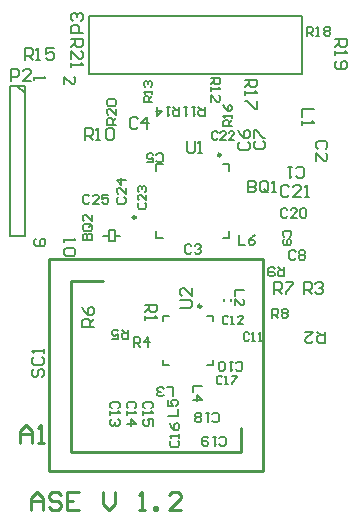
<source format=gto>
%FSLAX25Y25*%
%MOIN*%
G70*
G01*
G75*
G04 Layer_Color=65535*
%ADD10R,0.17716X0.17716*%
%ADD11O,0.02559X0.00984*%
%ADD12O,0.00984X0.02559*%
%ADD13R,0.08661X0.08661*%
%ADD14O,0.03150X0.01496*%
%ADD15O,0.01496X0.03150*%
%ADD16R,0.05315X0.03740*%
%ADD17R,0.11811X0.00039*%
%ADD18R,0.01575X0.01575*%
%ADD19R,0.03937X0.14961*%
%ADD20R,0.14961X0.03937*%
%ADD21R,0.17913X0.03937*%
%ADD22R,0.03937X0.17913*%
%ADD23R,0.03937X0.03543*%
%ADD24R,0.03150X0.03543*%
%ADD25R,0.01969X0.02362*%
%ADD26R,0.02362X0.01969*%
%ADD27C,0.03937*%
%ADD28C,0.01969*%
%ADD29C,0.01000*%
%ADD30C,0.03937*%
%ADD31C,0.00787*%
%ADD32C,0.01181*%
G04:AMPARAMS|DCode=33|XSize=18.11mil|YSize=66.44mil|CornerRadius=0mil|HoleSize=0mil|Usage=FLASHONLY|Rotation=214.500|XOffset=0mil|YOffset=0mil|HoleType=Round|Shape=Rectangle|*
%AMROTATEDRECTD33*
4,1,4,-0.01135,0.03251,0.02628,-0.02225,0.01135,-0.03251,-0.02628,0.02225,-0.01135,0.03251,0.0*
%
%ADD33ROTATEDRECTD33*%

%ADD34R,0.01811X0.07992*%
%ADD35R,0.12598X0.05079*%
%ADD36R,0.12598X0.04764*%
%ADD37R,0.08583X0.15590*%
%ADD38R,1.00709X0.04764*%
%ADD39R,0.36142X0.03937*%
%ADD40R,0.19193X0.05079*%
%ADD41R,0.04724X0.03150*%
%ADD42R,0.03937X0.02913*%
%ADD43R,0.35500X0.02000*%
%ADD44C,0.05906*%
%ADD45R,0.05906X0.05906*%
%ADD46R,0.05512X0.05512*%
%ADD47C,0.05512*%
%ADD48C,0.06000*%
%ADD49C,0.02598*%
%ADD50C,0.03150*%
%ADD51C,0.00984*%
D29*
X283772Y337630D02*
X355031D01*
Y266862D02*
Y337630D01*
X283772Y266862D02*
X355031D01*
X283772D02*
Y337630D01*
X348000Y266862D02*
X355031D01*
Y274000D01*
X283772Y330500D02*
Y337630D01*
X292500D01*
X291000Y323000D02*
Y330500D01*
X301500D01*
X339000Y273500D02*
X347500D01*
Y281500D01*
X291000Y273500D02*
X339000D01*
X291000D02*
Y323000D01*
X274000Y276500D02*
Y280499D01*
X275999Y282498D01*
X277999Y280499D01*
Y276500D01*
Y279499D01*
X274000D01*
X279998Y276500D02*
X281997D01*
X280998D01*
Y282498D01*
X279998Y281498D01*
X277500Y254000D02*
Y257999D01*
X279499Y259998D01*
X281499Y257999D01*
Y254000D01*
Y256999D01*
X277500D01*
X287497Y258998D02*
X286497Y259998D01*
X284498D01*
X283498Y258998D01*
Y257999D01*
X284498Y256999D01*
X286497D01*
X287497Y255999D01*
Y255000D01*
X286497Y254000D01*
X284498D01*
X283498Y255000D01*
X293495Y259998D02*
X289496D01*
Y254000D01*
X293495D01*
X289496Y256999D02*
X291495D01*
X301492Y259998D02*
Y255999D01*
X303492Y254000D01*
X305491Y255999D01*
Y259998D01*
X313488Y254000D02*
X315488D01*
X314488D01*
Y259998D01*
X313488Y258998D01*
X318487Y254000D02*
Y255000D01*
X319486D01*
Y254000D01*
X318487D01*
X327484D02*
X323485D01*
X327484Y257999D01*
Y258998D01*
X326484Y259998D01*
X324485D01*
X323485Y258998D01*
D31*
X319295Y369205D02*
X321559D01*
X319295Y366941D02*
Y369205D01*
Y344795D02*
Y347059D01*
Y344795D02*
X321559D01*
X341441D02*
X343705D01*
Y347059D01*
Y366941D02*
Y369205D01*
X341441D02*
X343705D01*
X321732Y318768D02*
X323602D01*
X321732Y316898D02*
Y318768D01*
Y302232D02*
Y304102D01*
Y302232D02*
X323602D01*
X336398D02*
X338268D01*
Y304102D01*
Y316898D02*
Y318768D01*
X336398D02*
X338268D01*
X275500Y345500D02*
Y395500D01*
X273000D02*
X275500Y393000D01*
X270500Y345500D02*
X275500D01*
X270500D02*
Y395500D01*
X275500D01*
X368000Y399236D02*
Y411500D01*
Y406500D02*
Y418626D01*
X297055D02*
X368000D01*
X297055Y399236D02*
Y418626D01*
Y399236D02*
X368000D01*
X301449Y345402D02*
X301498Y345451D01*
X303713D01*
X305780Y345402D02*
X307157D01*
X303713Y343728D02*
X305681D01*
X303713D02*
Y347173D01*
X305681D01*
Y343728D02*
Y347173D01*
X341819Y323606D02*
Y324394D01*
X344181Y323606D02*
Y324394D01*
X329500Y376936D02*
Y373656D01*
X330156Y373000D01*
X331468D01*
X332124Y373656D01*
Y376936D01*
X333436Y373000D02*
X334748D01*
X334092D01*
Y376936D01*
X333436Y376280D01*
X327344Y321500D02*
X330624D01*
X331279Y322156D01*
Y323468D01*
X330624Y324124D01*
X327344D01*
X331279Y328060D02*
Y325436D01*
X328656Y328060D01*
X328000D01*
X327344Y327404D01*
Y326092D01*
X328000Y325436D01*
X271000Y397000D02*
Y400936D01*
X272968D01*
X273624Y400280D01*
Y398968D01*
X272968Y398312D01*
X271000D01*
X277560Y397000D02*
X274936D01*
X277560Y399624D01*
Y400280D01*
X276904Y400936D01*
X275592D01*
X274936Y400280D01*
X288500Y395876D02*
Y398500D01*
X291124Y395876D01*
X291780D01*
X292436Y396532D01*
Y397844D01*
X291780Y398500D01*
X278500D02*
Y397188D01*
Y397844D01*
X282436D01*
X281780Y398500D01*
X279156Y344500D02*
X278500Y343844D01*
Y342532D01*
X279156Y341876D01*
X281780D01*
X282436Y342532D01*
Y343844D01*
X281780Y344500D01*
X281124D01*
X280468Y343844D01*
Y341876D01*
X288500Y344500D02*
Y343188D01*
Y343844D01*
X292436D01*
X291780Y344500D01*
Y341220D02*
X292436Y340564D01*
Y339252D01*
X291780Y338596D01*
X289156D01*
X288500Y339252D01*
Y340564D01*
X289156Y341220D01*
X291780D01*
X350000Y363786D02*
Y359850D01*
X351968D01*
X352624Y360506D01*
Y361162D01*
X351968Y361818D01*
X350000D01*
X351968D01*
X352624Y362474D01*
Y363130D01*
X351968Y363786D01*
X350000D01*
X356560Y360506D02*
Y363130D01*
X355904Y363786D01*
X354592D01*
X353936Y363130D01*
Y360506D01*
X354592Y359850D01*
X355904D01*
X355248Y361162D02*
X356560Y359850D01*
X355904D02*
X356560Y360506D01*
X357872Y359850D02*
X359183D01*
X358527D01*
Y363786D01*
X357872Y363130D01*
X295000Y413000D02*
X291064D01*
Y414968D01*
X291720Y415624D01*
X293032D01*
X293688Y414968D01*
Y413000D01*
X291720Y416936D02*
X291064Y417592D01*
Y418904D01*
X291720Y419560D01*
X292376D01*
X293032Y418904D01*
Y418248D01*
Y418904D01*
X293688Y419560D01*
X294344D01*
X295000Y418904D01*
Y417592D01*
X294344Y416936D01*
X278720Y301124D02*
X278064Y300468D01*
Y299156D01*
X278720Y298500D01*
X279376D01*
X280032Y299156D01*
Y300468D01*
X280688Y301124D01*
X281344D01*
X282000Y300468D01*
Y299156D01*
X281344Y298500D01*
X278720Y305060D02*
X278064Y304404D01*
Y303092D01*
X278720Y302436D01*
X281344D01*
X282000Y303092D01*
Y304404D01*
X281344Y305060D01*
X282000Y306371D02*
Y307683D01*
Y307027D01*
X278064D01*
X278720Y306371D01*
X294851Y344000D02*
X298000D01*
Y345574D01*
X297475Y346099D01*
X296951D01*
X296426Y345574D01*
Y344000D01*
Y345574D01*
X295901Y346099D01*
X295376D01*
X294851Y345574D01*
Y344000D01*
X297475Y349248D02*
X295376D01*
X294851Y348723D01*
Y347673D01*
X295376Y347149D01*
X297475D01*
X298000Y347673D01*
Y348723D01*
X296951Y348198D02*
X298000Y349248D01*
Y348723D02*
X297475Y349248D01*
X298000Y352396D02*
Y350297D01*
X295901Y352396D01*
X295376D01*
X294851Y351871D01*
Y350822D01*
X295376Y350297D01*
X348708Y327500D02*
X345559D01*
Y325401D01*
Y322252D02*
Y324351D01*
X347658Y322252D01*
X348183D01*
X348708Y322777D01*
Y323827D01*
X348183Y324351D01*
X365876Y365220D02*
X366532Y364564D01*
X367844D01*
X368500Y365220D01*
Y367844D01*
X367844Y368500D01*
X366532D01*
X365876Y367844D01*
X364564Y368500D02*
X363252D01*
X363908D01*
Y364564D01*
X364564Y365220D01*
X291000Y411000D02*
X294936D01*
Y409032D01*
X294280Y408376D01*
X292968D01*
X292312Y409032D01*
Y411000D01*
Y409688D02*
X291000Y408376D01*
Y404440D02*
Y407064D01*
X293624Y404440D01*
X294280D01*
X294936Y405096D01*
Y406408D01*
X294280Y407064D01*
X291000Y403128D02*
Y401817D01*
Y402473D01*
X294936D01*
X294280Y403128D01*
X306000Y382500D02*
X302851D01*
Y384074D01*
X303376Y384599D01*
X304426D01*
X304950Y384074D01*
Y382500D01*
Y383549D02*
X306000Y384599D01*
Y387748D02*
Y385649D01*
X303901Y387748D01*
X303376D01*
X302851Y387223D01*
Y386173D01*
X303376Y385649D01*
Y388797D02*
X302851Y389322D01*
Y390371D01*
X303376Y390896D01*
X305475D01*
X306000Y390371D01*
Y389322D01*
X305475Y388797D01*
X303376D01*
X379000Y411000D02*
X382936D01*
Y409032D01*
X382280Y408376D01*
X380968D01*
X380312Y409032D01*
Y411000D01*
Y409688D02*
X379000Y408376D01*
Y407064D02*
Y405752D01*
Y406408D01*
X382936D01*
X382280Y407064D01*
X379656Y403785D02*
X379000Y403128D01*
Y401817D01*
X379656Y401161D01*
X382280D01*
X382936Y401817D01*
Y403128D01*
X382280Y403785D01*
X381624D01*
X380968Y403128D01*
Y401161D01*
X369500Y412000D02*
Y415149D01*
X371074D01*
X371599Y414624D01*
Y413574D01*
X371074Y413050D01*
X369500D01*
X370550D02*
X371599Y412000D01*
X372649D02*
X373698D01*
X373173D01*
Y415149D01*
X372649Y414624D01*
X375272D02*
X375797Y415149D01*
X376847D01*
X377372Y414624D01*
Y414099D01*
X376847Y413574D01*
X377372Y413050D01*
Y412525D01*
X376847Y412000D01*
X375797D01*
X375272Y412525D01*
Y413050D01*
X375797Y413574D01*
X375272Y414099D01*
Y414624D01*
X375797Y413574D02*
X376847D01*
X349000Y397500D02*
X352936D01*
Y395532D01*
X352280Y394876D01*
X350968D01*
X350312Y395532D01*
Y397500D01*
Y396188D02*
X349000Y394876D01*
Y393564D02*
Y392252D01*
Y392908D01*
X352936D01*
X352280Y393564D01*
X352936Y390284D02*
Y387661D01*
X352280D01*
X349656Y390284D01*
X349000D01*
X344500Y382000D02*
X341745D01*
Y383378D01*
X342204Y383837D01*
X343123D01*
X343582Y383378D01*
Y382000D01*
Y382918D02*
X344500Y383837D01*
Y384755D02*
Y385673D01*
Y385214D01*
X341745D01*
X342204Y384755D01*
X341745Y388888D02*
X342204Y387969D01*
X343123Y387051D01*
X344041D01*
X344500Y387510D01*
Y388428D01*
X344041Y388888D01*
X343582D01*
X343123Y388428D01*
Y387051D01*
X275500Y404000D02*
Y407936D01*
X277468D01*
X278124Y407280D01*
Y405968D01*
X277468Y405312D01*
X275500D01*
X276812D02*
X278124Y404000D01*
X279436D02*
X280748D01*
X280092D01*
Y407936D01*
X279436Y407280D01*
X285339Y407936D02*
X282716D01*
Y405968D01*
X284027Y406624D01*
X284683D01*
X285339Y405968D01*
Y404656D01*
X284683Y404000D01*
X283371D01*
X282716Y404656D01*
X327000Y388500D02*
Y385351D01*
X325426D01*
X324901Y385876D01*
Y386926D01*
X325426Y387451D01*
X327000D01*
X325951D02*
X324901Y388500D01*
X323851D02*
X322802D01*
X323327D01*
Y385351D01*
X323851Y385876D01*
X319653Y388500D02*
Y385351D01*
X321228Y386926D01*
X319128D01*
X318000Y390000D02*
X315245D01*
Y391377D01*
X315704Y391837D01*
X316622D01*
X317082Y391377D01*
Y390000D01*
Y390918D02*
X318000Y391837D01*
Y392755D02*
Y393673D01*
Y393214D01*
X315245D01*
X315704Y392755D01*
Y395051D02*
X315245Y395510D01*
Y396428D01*
X315704Y396888D01*
X316163D01*
X316622Y396428D01*
Y395969D01*
Y396428D01*
X317082Y396888D01*
X317541D01*
X318000Y396428D01*
Y395510D01*
X317541Y395051D01*
X337500Y398000D02*
X340649D01*
Y396426D01*
X340124Y395901D01*
X339074D01*
X338549Y396426D01*
Y398000D01*
Y396951D02*
X337500Y395901D01*
Y394851D02*
Y393802D01*
Y394327D01*
X340649D01*
X340124Y394851D01*
X337500Y390128D02*
Y392228D01*
X339599Y390128D01*
X340124D01*
X340649Y390653D01*
Y391703D01*
X340124Y392228D01*
X335500Y388500D02*
Y385351D01*
X333926D01*
X333401Y385876D01*
Y386926D01*
X333926Y387451D01*
X335500D01*
X334451D02*
X333401Y388500D01*
X332351D02*
X331302D01*
X331827D01*
Y385351D01*
X332351Y385876D01*
X329728Y388500D02*
X328678D01*
X329203D01*
Y385351D01*
X329728Y385876D01*
X295500Y377500D02*
Y381436D01*
X297468D01*
X298124Y380780D01*
Y379468D01*
X297468Y378812D01*
X295500D01*
X296812D02*
X298124Y377500D01*
X299436D02*
X300748D01*
X300092D01*
Y381436D01*
X299436Y380780D01*
X302715D02*
X303372Y381436D01*
X304683D01*
X305339Y380780D01*
Y378156D01*
X304683Y377500D01*
X303372D01*
X302715Y378156D01*
Y380780D01*
X362000Y335000D02*
Y331851D01*
X360426D01*
X359901Y332376D01*
Y333426D01*
X360426Y333950D01*
X362000D01*
X360950D02*
X359901Y335000D01*
X358851Y334475D02*
X358327Y335000D01*
X357277D01*
X356752Y334475D01*
Y332376D01*
X357277Y331851D01*
X358327D01*
X358851Y332376D01*
Y332901D01*
X358327Y333426D01*
X356752D01*
X358000Y318000D02*
Y321149D01*
X359574D01*
X360099Y320624D01*
Y319574D01*
X359574Y319050D01*
X358000D01*
X359050D02*
X360099Y318000D01*
X361149Y320624D02*
X361673Y321149D01*
X362723D01*
X363248Y320624D01*
Y320099D01*
X362723Y319574D01*
X363248Y319050D01*
Y318525D01*
X362723Y318000D01*
X361673D01*
X361149Y318525D01*
Y319050D01*
X361673Y319574D01*
X361149Y320099D01*
Y320624D01*
X361673Y319574D02*
X362723D01*
X358531Y326059D02*
Y329995D01*
X360499D01*
X361155Y329339D01*
Y328027D01*
X360499Y327371D01*
X358531D01*
X359843D02*
X361155Y326059D01*
X362467Y329995D02*
X365091D01*
Y329339D01*
X362467Y326715D01*
Y326059D01*
X298500Y315000D02*
X294564D01*
Y316968D01*
X295220Y317624D01*
X296532D01*
X297188Y316968D01*
Y315000D01*
Y316312D02*
X298500Y317624D01*
X294564Y321560D02*
X295220Y320248D01*
X296532Y318936D01*
X297844D01*
X298500Y319592D01*
Y320904D01*
X297844Y321560D01*
X297188D01*
X296532Y320904D01*
Y318936D01*
X309876Y314156D02*
Y311007D01*
X308302D01*
X307777Y311532D01*
Y312581D01*
X308302Y313106D01*
X309876D01*
X308826D02*
X307777Y314156D01*
X304628Y311007D02*
X306727D01*
Y312581D01*
X305678Y312056D01*
X305153D01*
X304628Y312581D01*
Y313631D01*
X305153Y314156D01*
X306203D01*
X306727Y313631D01*
X312000Y308500D02*
Y311649D01*
X313574D01*
X314099Y311124D01*
Y310074D01*
X313574Y309549D01*
X312000D01*
X313050D02*
X314099Y308500D01*
X316723D02*
Y311649D01*
X315149Y310074D01*
X317248D01*
X368500Y326000D02*
Y329936D01*
X370468D01*
X371124Y329280D01*
Y327968D01*
X370468Y327312D01*
X368500D01*
X369812D02*
X371124Y326000D01*
X372436Y329280D02*
X373092Y329936D01*
X374404D01*
X375060Y329280D01*
Y328624D01*
X374404Y327968D01*
X373748D01*
X374404D01*
X375060Y327312D01*
Y326656D01*
X374404Y326000D01*
X373092D01*
X372436Y326656D01*
X375500Y313500D02*
Y309564D01*
X373532D01*
X372876Y310220D01*
Y311532D01*
X373532Y312188D01*
X375500D01*
X374188D02*
X372876Y313500D01*
X368940D02*
X371564D01*
X368940Y310876D01*
Y310220D01*
X369596Y309564D01*
X370908D01*
X371564Y310220D01*
X315559Y322500D02*
X319495D01*
Y320532D01*
X318839Y319876D01*
X317527D01*
X316871Y320532D01*
Y322500D01*
Y321188D02*
X315559Y319876D01*
Y318564D02*
Y317252D01*
Y317908D01*
X319495D01*
X318839Y318564D01*
X347000Y345649D02*
Y342500D01*
X349099D01*
X352248Y345649D02*
X351198Y345124D01*
X350149Y344074D01*
Y343025D01*
X350673Y342500D01*
X351723D01*
X352248Y343025D01*
Y343549D01*
X351723Y344074D01*
X350149D01*
X323351Y285500D02*
X326500D01*
Y287599D01*
X323351Y290748D02*
Y288649D01*
X324926D01*
X324401Y289698D01*
Y290223D01*
X324926Y290748D01*
X325975D01*
X326500Y290223D01*
Y289173D01*
X325975Y288649D01*
X334649Y295500D02*
X331500D01*
Y293401D01*
Y290777D02*
X334649D01*
X333074Y292351D01*
Y290252D01*
X325000Y291851D02*
Y295000D01*
X322901D01*
X321851Y292376D02*
X321327Y291851D01*
X320277D01*
X319752Y292376D01*
Y292901D01*
X320277Y293426D01*
X320802D01*
X320277D01*
X319752Y293951D01*
Y294475D01*
X320277Y295000D01*
X321327D01*
X321851Y294475D01*
X371995Y387724D02*
X368059D01*
Y385101D01*
Y383789D02*
Y382477D01*
Y383133D01*
X371995D01*
X371339Y383789D01*
X297099Y358624D02*
X296574Y359149D01*
X295525D01*
X295000Y358624D01*
Y356525D01*
X295525Y356000D01*
X296574D01*
X297099Y356525D01*
X300248Y356000D02*
X298149D01*
X300248Y358099D01*
Y358624D01*
X299723Y359149D01*
X298673D01*
X298149Y358624D01*
X303396Y359149D02*
X301297D01*
Y357574D01*
X302347Y358099D01*
X302871D01*
X303396Y357574D01*
Y356525D01*
X302871Y356000D01*
X301822D01*
X301297Y356525D01*
X306674Y358264D02*
X306150Y357740D01*
Y356690D01*
X306674Y356165D01*
X308773D01*
X309298Y356690D01*
Y357740D01*
X308773Y358264D01*
X309298Y361413D02*
Y359314D01*
X307199Y361413D01*
X306674D01*
X306150Y360888D01*
Y359839D01*
X306674Y359314D01*
X309298Y364037D02*
X306150D01*
X307724Y362462D01*
Y364562D01*
X313704Y356337D02*
X313245Y355877D01*
Y354959D01*
X313704Y354500D01*
X315541D01*
X316000Y354959D01*
Y355877D01*
X315541Y356337D01*
X316000Y359092D02*
Y357255D01*
X314163Y359092D01*
X313704D01*
X313245Y358632D01*
Y357714D01*
X313704Y357255D01*
Y360010D02*
X313245Y360469D01*
Y361388D01*
X313704Y361847D01*
X314163D01*
X314622Y361388D01*
Y360928D01*
Y361388D01*
X315082Y361847D01*
X315541D01*
X316000Y361388D01*
Y360469D01*
X315541Y360010D01*
X339837Y379796D02*
X339377Y380255D01*
X338459D01*
X338000Y379796D01*
Y377959D01*
X338459Y377500D01*
X339377D01*
X339837Y377959D01*
X342592Y377500D02*
X340755D01*
X342592Y379337D01*
Y379796D01*
X342132Y380255D01*
X341214D01*
X340755Y379796D01*
X345347Y377500D02*
X343510D01*
X345347Y379337D01*
Y379796D01*
X344888Y380255D01*
X343969D01*
X343510Y379796D01*
X363624Y361780D02*
X362968Y362436D01*
X361656D01*
X361000Y361780D01*
Y359156D01*
X361656Y358500D01*
X362968D01*
X363624Y359156D01*
X367560Y358500D02*
X364936D01*
X367560Y361124D01*
Y361780D01*
X366904Y362436D01*
X365592D01*
X364936Y361780D01*
X368871Y358500D02*
X370183D01*
X369527D01*
Y362436D01*
X368871Y361780D01*
X363099Y354124D02*
X362574Y354649D01*
X361525D01*
X361000Y354124D01*
Y352025D01*
X361525Y351500D01*
X362574D01*
X363099Y352025D01*
X366248Y351500D02*
X364149D01*
X366248Y353599D01*
Y354124D01*
X365723Y354649D01*
X364673D01*
X364149Y354124D01*
X367297D02*
X367822Y354649D01*
X368871D01*
X369396Y354124D01*
Y352025D01*
X368871Y351500D01*
X367822D01*
X367297Y352025D01*
Y354124D01*
X340401Y275876D02*
X340926Y275351D01*
X341975D01*
X342500Y275876D01*
Y277975D01*
X341975Y278500D01*
X340926D01*
X340401Y277975D01*
X339351Y278500D02*
X338302D01*
X338827D01*
Y275351D01*
X339351Y275876D01*
X336728Y277975D02*
X336203Y278500D01*
X335153D01*
X334629Y277975D01*
Y275876D01*
X335153Y275351D01*
X336203D01*
X336728Y275876D01*
Y276401D01*
X336203Y276926D01*
X334629D01*
X338062Y283817D02*
X338587Y283292D01*
X339636D01*
X340161Y283817D01*
Y285916D01*
X339636Y286441D01*
X338587D01*
X338062Y285916D01*
X337013Y286441D02*
X335963D01*
X336488D01*
Y283292D01*
X337013Y283817D01*
X334389D02*
X333864Y283292D01*
X332815D01*
X332290Y283817D01*
Y284342D01*
X332815Y284867D01*
X332290Y285391D01*
Y285916D01*
X332815Y286441D01*
X333864D01*
X334389Y285916D01*
Y285391D01*
X333864Y284867D01*
X334389Y284342D01*
Y283817D01*
X333864Y284867D02*
X332815D01*
X341337Y298296D02*
X340878Y298755D01*
X339959D01*
X339500Y298296D01*
Y296459D01*
X339959Y296000D01*
X340878D01*
X341337Y296459D01*
X342255Y296000D02*
X343173D01*
X342714D01*
Y298755D01*
X342255Y298296D01*
X344551Y298755D02*
X346388D01*
Y298296D01*
X344551Y296459D01*
Y296000D01*
X324376Y277099D02*
X323851Y276574D01*
Y275525D01*
X324376Y275000D01*
X326475D01*
X327000Y275525D01*
Y276574D01*
X326475Y277099D01*
X327000Y278149D02*
Y279198D01*
Y278673D01*
X323851D01*
X324376Y278149D01*
X323851Y282872D02*
X324376Y281822D01*
X325426Y280772D01*
X326475D01*
X327000Y281297D01*
Y282347D01*
X326475Y282872D01*
X325951D01*
X325426Y282347D01*
Y280772D01*
X317624Y287901D02*
X318149Y288426D01*
Y289475D01*
X317624Y290000D01*
X315525D01*
X315000Y289475D01*
Y288426D01*
X315525Y287901D01*
X315000Y286851D02*
Y285802D01*
Y286327D01*
X318149D01*
X317624Y286851D01*
X318149Y282129D02*
Y284228D01*
X316574D01*
X317099Y283178D01*
Y282653D01*
X316574Y282129D01*
X315525D01*
X315000Y282653D01*
Y283703D01*
X315525Y284228D01*
X312124Y287901D02*
X312649Y288426D01*
Y289475D01*
X312124Y290000D01*
X310025D01*
X309500Y289475D01*
Y288426D01*
X310025Y287901D01*
X309500Y286851D02*
Y285802D01*
Y286327D01*
X312649D01*
X312124Y286851D01*
X309500Y282653D02*
X312649D01*
X311074Y284228D01*
Y282129D01*
X306624Y287901D02*
X307149Y288426D01*
Y289475D01*
X306624Y290000D01*
X304525D01*
X304000Y289475D01*
Y288426D01*
X304525Y287901D01*
X304000Y286851D02*
Y285802D01*
Y286327D01*
X307149D01*
X306624Y286851D01*
Y284228D02*
X307149Y283703D01*
Y282653D01*
X306624Y282129D01*
X306099D01*
X305574Y282653D01*
Y283178D01*
Y282653D01*
X305049Y282129D01*
X304525D01*
X304000Y282653D01*
Y283703D01*
X304525Y284228D01*
X343337Y318296D02*
X342878Y318755D01*
X341959D01*
X341500Y318296D01*
Y316459D01*
X341959Y316000D01*
X342878D01*
X343337Y316459D01*
X344255Y316000D02*
X345173D01*
X344714D01*
Y318755D01*
X344255Y318296D01*
X348388Y316000D02*
X346551D01*
X348388Y317837D01*
Y318296D01*
X347928Y318755D01*
X347010D01*
X346551Y318296D01*
X350337Y312796D02*
X349878Y313255D01*
X348959D01*
X348500Y312796D01*
Y310959D01*
X348959Y310500D01*
X349878D01*
X350337Y310959D01*
X351255Y310500D02*
X352173D01*
X351714D01*
Y313255D01*
X351255Y312796D01*
X353551Y310500D02*
X354469D01*
X354010D01*
Y313255D01*
X353551Y312796D01*
X345901Y300876D02*
X346426Y300351D01*
X347475D01*
X348000Y300876D01*
Y302975D01*
X347475Y303500D01*
X346426D01*
X345901Y302975D01*
X344851Y303500D02*
X343802D01*
X344327D01*
Y300351D01*
X344851Y300876D01*
X342228D02*
X341703Y300351D01*
X340653D01*
X340128Y300876D01*
Y302975D01*
X340653Y303500D01*
X341703D01*
X342228Y302975D01*
Y300876D01*
X363796Y345163D02*
X364255Y345622D01*
Y346541D01*
X363796Y347000D01*
X361959D01*
X361500Y346541D01*
Y345622D01*
X361959Y345163D01*
Y344245D02*
X361500Y343786D01*
Y342867D01*
X361959Y342408D01*
X363796D01*
X364255Y342867D01*
Y343786D01*
X363796Y344245D01*
X363337D01*
X362877Y343786D01*
Y342408D01*
X365824Y340124D02*
X365299Y340649D01*
X364249D01*
X363724Y340124D01*
Y338025D01*
X364249Y337500D01*
X365299D01*
X365824Y338025D01*
X366873Y340124D02*
X367398Y340649D01*
X368447D01*
X368972Y340124D01*
Y339599D01*
X368447Y339074D01*
X368972Y338549D01*
Y338025D01*
X368447Y337500D01*
X367398D01*
X366873Y338025D01*
Y338549D01*
X367398Y339074D01*
X366873Y339599D01*
Y340124D01*
X367398Y339074D02*
X368447D01*
X352457Y376848D02*
X351801Y376192D01*
Y374880D01*
X352457Y374224D01*
X355081D01*
X355737Y374880D01*
Y376192D01*
X355081Y376848D01*
X351801Y378160D02*
Y380784D01*
X352457D01*
X355081Y378160D01*
X355737D01*
X347220Y376624D02*
X346564Y375968D01*
Y374656D01*
X347220Y374000D01*
X349844D01*
X350500Y374656D01*
Y375968D01*
X349844Y376624D01*
X346564Y380560D02*
X347220Y379248D01*
X348532Y377936D01*
X349844D01*
X350500Y378592D01*
Y379904D01*
X349844Y380560D01*
X349188D01*
X348532Y379904D01*
Y377936D01*
X319401Y370376D02*
X319926Y369851D01*
X320975D01*
X321500Y370376D01*
Y372475D01*
X320975Y373000D01*
X319926D01*
X319401Y372475D01*
X316252Y369851D02*
X318351D01*
Y371426D01*
X317302Y370901D01*
X316777D01*
X316252Y371426D01*
Y372475D01*
X316777Y373000D01*
X317827D01*
X318351Y372475D01*
X313124Y384280D02*
X312468Y384936D01*
X311156D01*
X310500Y384280D01*
Y381656D01*
X311156Y381000D01*
X312468D01*
X313124Y381656D01*
X316404Y381000D02*
Y384936D01*
X314436Y382968D01*
X317060D01*
X331099Y342124D02*
X330574Y342649D01*
X329525D01*
X329000Y342124D01*
Y340025D01*
X329525Y339500D01*
X330574D01*
X331099Y340025D01*
X332149Y342124D02*
X332673Y342649D01*
X333723D01*
X334248Y342124D01*
Y341599D01*
X333723Y341074D01*
X333198D01*
X333723D01*
X334248Y340549D01*
Y340025D01*
X333723Y339500D01*
X332673D01*
X332149Y340025D01*
X375780Y374376D02*
X376436Y375032D01*
Y376344D01*
X375780Y377000D01*
X373156D01*
X372500Y376344D01*
Y375032D01*
X373156Y374376D01*
X372500Y370440D02*
Y373064D01*
X375124Y370440D01*
X375780D01*
X376436Y371096D01*
Y372408D01*
X375780Y373064D01*
D51*
X340850Y372354D02*
G03*
X340850Y372354I-492J0D01*
G01*
X334331Y321917D02*
G03*
X334331Y321917I-492J0D01*
G01*
X312500Y351500D02*
G03*
X312500Y351500I-492J0D01*
G01*
M02*

</source>
